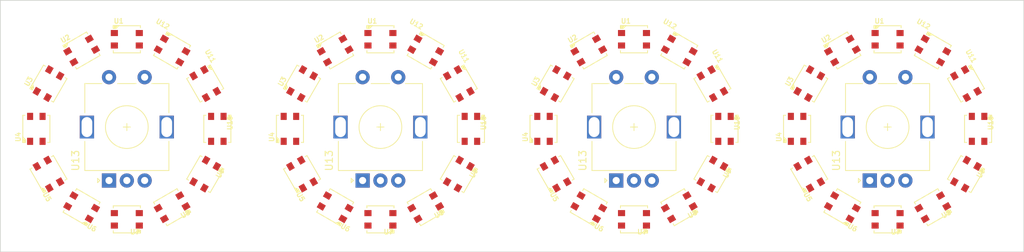
<source format=kicad_pcb>
(kicad_pcb (version 20221018) (generator pcbnew)
  (layers (0 "F.Cu" signal) (31 "B.Cu" signal) (34 "B.Paste" user) (35 "F.Paste" user) (36 "B.SilkS" user "B.Silkscreen") (37 "F.SilkS" user "F.Silkscreen") (38 "B.Mask" user) (39 "F.Mask" user) (44 "Edge.Cuts" user))
  (net 0 "")
  (net 1 "ring.led_1-din")
  (net 2 "ring.led_1-vss")
  (net 3 "ring.led_1-vdd")
  (net 4 "ring.led_1-dout")
  (footprint "Rotary_Encoder:RotaryEncoder_Alps_EC11E-Switch_Vertical_H20mm" (layer "F.Cu") (at 204.061016 114.438 90)
    (fp_text reference "U13" (at 2.8 -4.7 90) (layer "F.SilkS"))
    (fp_text value "")
    (pad "A" thru_hole rect (at 0 0 90) (size 2 2) (drill 1) (layers "*.Cu" "*.Mask"))
    (pad "B" thru_hole circle (at 0 5 90) (size 2 2) (drill 1) (layers "*.Cu" "*.Mask"))
    (pad "C" thru_hole circle (at 0 2.5 90) (size 2 2) (drill 1) (layers "*.Cu" "*.Mask"))
    (pad "MP" thru_hole rect (at 7.5 -3.1 90) (size 3.2 2) (drill oval 2.8 1.5) (layers "*.Cu" "*.Mask"))
    (pad "MP" thru_hole rect (at 7.5 8.1 90) (size 3.2 2) (drill oval 2.8 1.5) (layers "*.Cu" "*.Mask"))
    (pad "S1" thru_hole circle (at 14.5 5 90) (size 2 2) (drill 1) (layers "*.Cu" "*.Mask"))
    (pad "S2" thru_hole circle (at 14.5 0 90) (size 2 2) (drill 1) (layers "*.Cu" "*.Mask"))
  )
  (footprint "adafruit:LED3535" (layer "F.Cu") (at 159.972984 100.838 60)
    (fp_text reference "U3" (at -1.905 -2.159 60) (layer "F.SilkS") (effects (font (size 0.666496 0.666496) (thickness 0.146304)) (justify left bottom)))
    (fp_text value "")
    (pad "1" smd rect (at -1.75 -0.875 150) (size 0.85 1) (layers "F.Cu" "F.Paste" "F.Mask") (net 4 "ring.led_1-dout"))
    (pad "2" smd rect (at -1.75 0.875 150) (size 0.85 1) (layers "F.Cu" "F.Paste" "F.Mask") (net 2 "ring.led_1-vss"))
    (pad "3" smd rect (at 1.75 0.875 150) (size 0.85 1) (layers "F.Cu" "F.Paste" "F.Mask") (net 1 "ring.led_1-din"))
    (pad "4" smd rect (at 1.75 -0.875 150) (size 0.85 1) (layers "F.Cu" "F.Paste" "F.Mask") (net 3 "ring.led_1-vdd"))
  )
  (footprint "adafruit:LED3535" (layer "F.Cu") (at 99.792493 94.615)
    (fp_text reference "U1" (at -1.905 -2.159) (layer "F.SilkS") (effects (font (size 0.666496 0.666496) (thickness 0.146304)) (justify left bottom)))
    (fp_text value "")
    (pad "1" smd rect (at -1.75 -0.875 90) (size 0.85 1) (layers "F.Cu" "F.Paste" "F.Mask") (net 4 "ring.led_1-dout"))
    (pad "2" smd rect (at -1.75 0.875 90) (size 0.85 1) (layers "F.Cu" "F.Paste" "F.Mask") (net 2 "ring.led_1-vss"))
    (pad "3" smd rect (at 1.75 0.875 90) (size 0.85 1) (layers "F.Cu" "F.Paste" "F.Mask") (net 1 "ring.led_1-din"))
    (pad "4" smd rect (at 1.75 -0.875 90) (size 0.85 1) (layers "F.Cu" "F.Paste" "F.Mask") (net 3 "ring.led_1-vdd"))
  )
  (footprint "adafruit:LED3535" (layer "F.Cu") (at 206.561016 94.615)
    (fp_text reference "U1" (at -1.905 -2.159) (layer "F.SilkS") (effects (font (size 0.666496 0.666496) (thickness 0.146304)) (justify left bottom)))
    (fp_text value "")
    (pad "1" smd rect (at -1.75 -0.875 90) (size 0.85 1) (layers "F.Cu" "F.Paste" "F.Mask") (net 4 "ring.led_1-dout"))
    (pad "2" smd rect (at -1.75 0.875 90) (size 0.85 1) (layers "F.Cu" "F.Paste" "F.Mask") (net 2 "ring.led_1-vss"))
    (pad "3" smd rect (at 1.75 0.875 90) (size 0.85 1) (layers "F.Cu" "F.Paste" "F.Mask") (net 1 "ring.led_1-din"))
    (pad "4" smd rect (at 1.75 -0.875 90) (size 0.85 1) (layers "F.Cu" "F.Paste" "F.Mask") (net 3 "ring.led_1-vdd"))
  )
  (footprint "adafruit:LED3535" (layer "F.Cu") (at 170.971507 119.888 180)
    (fp_text reference "U7" (at -1.905 -2.159) (layer "F.SilkS") (effects (font (size 0.666496 0.666496) (thickness 0.146304)) (justify right bottom)))
    (fp_text value "")
    (pad "1" smd rect (at -1.75 -0.875 270) (size 0.85 1) (layers "F.Cu" "F.Paste" "F.Mask") (net 4 "ring.led_1-dout"))
    (pad "2" smd rect (at -1.75 0.875 270) (size 0.85 1) (layers "F.Cu" "F.Paste" "F.Mask") (net 2 "ring.led_1-vss"))
    (pad "3" smd rect (at 1.75 0.875 270) (size 0.85 1) (layers "F.Cu" "F.Paste" "F.Mask") (net 1 "ring.led_1-din"))
    (pad "4" smd rect (at 1.75 -0.875 270) (size 0.85 1) (layers "F.Cu" "F.Paste" "F.Mask") (net 3 "ring.led_1-vdd"))
  )
  (footprint "adafruit:LED3535" (layer "F.Cu") (at 193.861016 107.188 90)
    (fp_text reference "U4" (at -1.905 -2.159 90) (layer "F.SilkS") (effects (font (size 0.666496 0.666496) (thickness 0.146304)) (justify left bottom)))
    (fp_text value "")
    (pad "1" smd rect (at -1.75 -0.875 180) (size 0.85 1) (layers "F.Cu" "F.Paste" "F.Mask") (net 4 "ring.led_1-dout"))
    (pad "2" smd rect (at -1.75 0.875 180) (size 0.85 1) (layers "F.Cu" "F.Paste" "F.Mask") (net 2 "ring.led_1-vss"))
    (pad "3" smd rect (at 1.75 0.875 180) (size 0.85 1) (layers "F.Cu" "F.Paste" "F.Mask") (net 1 "ring.led_1-din"))
    (pad "4" smd rect (at 1.75 -0.875 180) (size 0.85 1) (layers "F.Cu" "F.Paste" "F.Mask") (net 3 "ring.led_1-vdd"))
  )
  (footprint "adafruit:LED3535" (layer "F.Cu") (at 106.142493 96.189477 -30)
    (fp_text reference "U12" (at -1.905 -2.159 150) (layer "F.SilkS") (effects (font (size 0.666496 0.666496) (thickness 0.146304)) (justify right bottom)))
    (fp_text value "")
    (pad "1" smd rect (at -1.75 -0.875 60) (size 0.85 1) (layers "F.Cu" "F.Paste" "F.Mask") (net 4 "ring.led_1-dout"))
    (pad "2" smd rect (at -1.75 0.875 60) (size 0.85 1) (layers "F.Cu" "F.Paste" "F.Mask") (net 2 "ring.led_1-vss"))
    (pad "3" smd rect (at 1.75 0.875 60) (size 0.85 1) (layers "F.Cu" "F.Paste" "F.Mask") (net 1 "ring.led_1-din"))
    (pad "4" smd rect (at 1.75 -0.875 60) (size 0.85 1) (layers "F.Cu" "F.Paste" "F.Mask") (net 3 "ring.led_1-vdd"))
  )
  (footprint "adafruit:LED3535" (layer "F.Cu") (at 99.792493 119.888 180)
    (fp_text reference "U7" (at -1.905 -2.159) (layer "F.SilkS") (effects (font (size 0.666496 0.666496) (thickness 0.146304)) (justify right bottom)))
    (fp_text value "")
    (pad "1" smd rect (at -1.75 -0.875 270) (size 0.85 1) (layers "F.Cu" "F.Paste" "F.Mask") (net 4 "ring.led_1-dout"))
    (pad "2" smd rect (at -1.75 0.875 270) (size 0.85 1) (layers "F.Cu" "F.Paste" "F.Mask") (net 2 "ring.led_1-vss"))
    (pad "3" smd rect (at 1.75 0.875 270) (size 0.85 1) (layers "F.Cu" "F.Paste" "F.Mask") (net 1 "ring.led_1-din"))
    (pad "4" smd rect (at 1.75 -0.875 270) (size 0.85 1) (layers "F.Cu" "F.Paste" "F.Mask") (net 3 "ring.led_1-vdd"))
  )
  (footprint "adafruit:LED3535" (layer "F.Cu") (at 164.621507 118.186523 150)
    (fp_text reference "U6" (at -1.905 -2.159 150) (layer "F.SilkS") (effects (font (size 0.666496 0.666496) (thickness 0.146304)) (justify left bottom)))
    (fp_text value "")
    (pad "1" smd rect (at -1.75 -0.875 240) (size 0.85 1) (layers "F.Cu" "F.Paste" "F.Mask") (net 4 "ring.led_1-dout"))
    (pad "2" smd rect (at -1.75 0.875 240) (size 0.85 1) (layers "F.Cu" "F.Paste" "F.Mask") (net 2 "ring.led_1-vss"))
    (pad "3" smd rect (at 1.75 0.875 240) (size 0.85 1) (layers "F.Cu" "F.Paste" "F.Mask") (net 1 "ring.led_1-din"))
    (pad "4" smd rect (at 1.75 -0.875 240) (size 0.85 1) (layers "F.Cu" "F.Paste" "F.Mask") (net 3 "ring.led_1-vdd"))
  )
  (footprint "adafruit:LED3535" (layer "F.Cu") (at 170.971507 94.615)
    (fp_text reference "U1" (at -1.905 -2.159) (layer "F.SilkS") (effects (font (size 0.666496 0.666496) (thickness 0.146304)) (justify left bottom)))
    (fp_text value "")
    (pad "1" smd rect (at -1.75 -0.875 90) (size 0.85 1) (layers "F.Cu" "F.Paste" "F.Mask") (net 4 "ring.led_1-dout"))
    (pad "2" smd rect (at -1.75 0.875 90) (size 0.85 1) (layers "F.Cu" "F.Paste" "F.Mask") (net 2 "ring.led_1-vss"))
    (pad "3" smd rect (at 1.75 0.875 90) (size 0.85 1) (layers "F.Cu" "F.Paste" "F.Mask") (net 1 "ring.led_1-din"))
    (pad "4" smd rect (at 1.75 -0.875 90) (size 0.85 1) (layers "F.Cu" "F.Paste" "F.Mask") (net 3 "ring.led_1-vdd"))
  )
  (footprint "adafruit:LED3535" (layer "F.Cu") (at 195.562493 100.838 60)
    (fp_text reference "U3" (at -1.905 -2.159 60) (layer "F.SilkS") (effects (font (size 0.666496 0.666496) (thickness 0.146304)) (justify left bottom)))
    (fp_text value "")
    (pad "1" smd rect (at -1.75 -0.875 150) (size 0.85 1) (layers "F.Cu" "F.Paste" "F.Mask") (net 4 "ring.led_1-dout"))
    (pad "2" smd rect (at -1.75 0.875 150) (size 0.85 1) (layers "F.Cu" "F.Paste" "F.Mask") (net 2 "ring.led_1-vss"))
    (pad "3" smd rect (at 1.75 0.875 150) (size 0.85 1) (layers "F.Cu" "F.Paste" "F.Mask") (net 1 "ring.led_1-din"))
    (pad "4" smd rect (at 1.75 -0.875 150) (size 0.85 1) (layers "F.Cu" "F.Paste" "F.Mask") (net 3 "ring.led_1-vdd"))
  )
  (footprint "adafruit:LED3535" (layer "F.Cu") (at 112.492493 107.188 -90)
    (fp_text reference "U10" (at -1.905 -2.159 90) (layer "F.SilkS") (effects (font (size 0.666496 0.666496) (thickness 0.146304)) (justify right bottom)))
    (fp_text value "")
    (pad "1" smd rect (at -1.75 -0.875) (size 0.85 1) (layers "F.Cu" "F.Paste" "F.Mask") (net 4 "ring.led_1-dout"))
    (pad "2" smd rect (at -1.75 0.875) (size 0.85 1) (layers "F.Cu" "F.Paste" "F.Mask") (net 2 "ring.led_1-vss"))
    (pad "3" smd rect (at 1.75 0.875) (size 0.85 1) (layers "F.Cu" "F.Paste" "F.Mask") (net 1 "ring.led_1-din"))
    (pad "4" smd rect (at 1.75 -0.875) (size 0.85 1) (layers "F.Cu" "F.Paste" "F.Mask") (net 3 "ring.led_1-vdd"))
  )
  (footprint "adafruit:LED3535" (layer "F.Cu") (at 93.442493 118.186523 150)
    (fp_text reference "U6" (at -1.905 -2.159 150) (layer "F.SilkS") (effects (font (size 0.666496 0.666496) (thickness 0.146304)) (justify left bottom)))
    (fp_text value "")
    (pad "1" smd rect (at -1.75 -0.875 240) (size 0.85 1) (layers "F.Cu" "F.Paste" "F.Mask") (net 4 "ring.led_1-dout"))
    (pad "2" smd rect (at -1.75 0.875 240) (size 0.85 1) (layers "F.Cu" "F.Paste" "F.Mask") (net 2 "ring.led_1-vss"))
    (pad "3" smd rect (at 1.75 0.875 240) (size 0.85 1) (layers "F.Cu" "F.Paste" "F.Mask") (net 1 "ring.led_1-din"))
    (pad "4" smd rect (at 1.75 -0.875 240) (size 0.85 1) (layers "F.Cu" "F.Paste" "F.Mask") (net 3 "ring.led_1-vdd"))
  )
  (footprint "adafruit:LED3535" (layer "F.Cu") (at 181.97003 113.538 -120)
    (fp_text reference "U9" (at -1.905 -2.159 60) (layer "F.SilkS") (effects (font (size 0.666496 0.666496) (thickness 0.146304)) (justify right bottom)))
    (fp_text value "")
    (pad "1" smd rect (at -1.75 -0.875 330) (size 0.85 1) (layers "F.Cu" "F.Paste" "F.Mask") (net 4 "ring.led_1-dout"))
    (pad "2" smd rect (at -1.75 0.875 330) (size 0.85 1) (layers "F.Cu" "F.Paste" "F.Mask") (net 2 "ring.led_1-vss"))
    (pad "3" smd rect (at 1.75 0.875 330) (size 0.85 1) (layers "F.Cu" "F.Paste" "F.Mask") (net 1 "ring.led_1-din"))
    (pad "4" smd rect (at 1.75 -0.875 330) (size 0.85 1) (layers "F.Cu" "F.Paste" "F.Mask") (net 3 "ring.led_1-vdd"))
  )
  (footprint "adafruit:LED3535" (layer "F.Cu") (at 135.382 119.888 180)
    (fp_text reference "U7" (at -1.905 -2.159) (layer "F.SilkS") (effects (font (size 0.666496 0.666496) (thickness 0.146304)) (justify right bottom)))
    (fp_text value "")
    (pad "1" smd rect (at -1.75 -0.875 270) (size 0.85 1) (layers "F.Cu" "F.Paste" "F.Mask") (net 4 "ring.led_1-dout"))
    (pad "2" smd rect (at -1.75 0.875 270) (size 0.85 1) (layers "F.Cu" "F.Paste" "F.Mask") (net 2 "ring.led_1-vss"))
    (pad "3" smd rect (at 1.75 0.875 270) (size 0.85 1) (layers "F.Cu" "F.Paste" "F.Mask") (net 1 "ring.led_1-din"))
    (pad "4" smd rect (at 1.75 -0.875 270) (size 0.85 1) (layers "F.Cu" "F.Paste" "F.Mask") (net 3 "ring.led_1-vdd"))
  )
  (footprint "adafruit:LED3535" (layer "F.Cu") (at 159.972984 113.538 120)
    (fp_text reference "U5" (at -1.905 -2.159 120) (layer "F.SilkS") (effects (font (size 0.666496 0.666496) (thickness 0.146304)) (justify left bottom)))
    (fp_text value "")
    (pad "1" smd rect (at -1.75 -0.875 210) (size 0.85 1) (layers "F.Cu" "F.Paste" "F.Mask") (net 4 "ring.led_1-dout"))
    (pad "2" smd rect (at -1.75 0.875 210) (size 0.85 1) (layers "F.Cu" "F.Paste" "F.Mask") (net 2 "ring.led_1-vss"))
    (pad "3" smd rect (at 1.75 0.875 210) (size 0.85 1) (layers "F.Cu" "F.Paste" "F.Mask") (net 1 "ring.led_1-din"))
    (pad "4" smd rect (at 1.75 -0.875 210) (size 0.85 1) (layers "F.Cu" "F.Paste" "F.Mask") (net 3 "ring.led_1-vdd"))
  )
  (footprint "adafruit:LED3535" (layer "F.Cu") (at 200.211016 118.186523 150)
    (fp_text reference "U6" (at -1.905 -2.159 150) (layer "F.SilkS") (effects (font (size 0.666496 0.666496) (thickness 0.146304)) (justify left bottom)))
    (fp_text value "")
    (pad "1" smd rect (at -1.75 -0.875 240) (size 0.85 1) (layers "F.Cu" "F.Paste" "F.Mask") (net 4 "ring.led_1-dout"))
    (pad "2" smd rect (at -1.75 0.875 240) (size 0.85 1) (layers "F.Cu" "F.Paste" "F.Mask") (net 2 "ring.led_1-vss"))
    (pad "3" smd rect (at 1.75 0.875 240) (size 0.85 1) (layers "F.Cu" "F.Paste" "F.Mask") (net 1 "ring.led_1-din"))
    (pad "4" smd rect (at 1.75 -0.875 240) (size 0.85 1) (layers "F.Cu" "F.Paste" "F.Mask") (net 3 "ring.led_1-vdd"))
  )
  (footprint "Rotary_Encoder:RotaryEncoder_Alps_EC11E-Switch_Vertical_H20mm" (layer "F.Cu") (at 132.882 114.438 90)
    (fp_text reference "U13" (at 2.8 -4.7 90) (layer "F.SilkS"))
    (fp_text value "")
    (pad "A" thru_hole rect (at 0 0 90) (size 2 2) (drill 1) (layers "*.Cu" "*.Mask"))
    (pad "B" thru_hole circle (at 0 5 90) (size 2 2) (drill 1) (layers "*.Cu" "*.Mask"))
    (pad "C" thru_hole circle (at 0 2.5 90) (size 2 2) (drill 1) (layers "*.Cu" "*.Mask"))
    (pad "MP" thru_hole rect (at 7.5 -3.1 90) (size 3.2 2) (drill oval 2.8 1.5) (layers "*.Cu" "*.Mask"))
    (pad "MP" thru_hole rect (at 7.5 8.1 90) (size 3.2 2) (drill oval 2.8 1.5) (layers "*.Cu" "*.Mask"))
    (pad "S1" thru_hole circle (at 14.5 5 90) (size 2 2) (drill 1) (layers "*.Cu" "*.Mask"))
    (pad "S2" thru_hole circle (at 14.5 0 90) (size 2 2) (drill 1) (layers "*.Cu" "*.Mask"))
  )
  (footprint "adafruit:LED3535" (layer "F.Cu") (at 93.442493 96.189477 30)
    (fp_text reference "U2" (at -1.905 -2.159 30) (layer "F.SilkS") (effects (font (size 0.666496 0.666496) (thickness 0.146304)) (justify left bottom)))
    (fp_text value "")
    (pad "1" smd rect (at -1.75 -0.875 120) (size 0.85 1) (layers "F.Cu" "F.Paste" "F.Mask") (net 4 "ring.led_1-dout"))
    (pad "2" smd rect (at -1.75 0.875 120) (size 0.85 1) (layers "F.Cu" "F.Paste" "F.Mask") (net 2 "ring.led_1-vss"))
    (pad "3" smd rect (at 1.75 0.875 120) (size 0.85 1) (layers "F.Cu" "F.Paste" "F.Mask") (net 1 "ring.led_1-din"))
    (pad "4" smd rect (at 1.75 -0.875 120) (size 0.85 1) (layers "F.Cu" "F.Paste" "F.Mask") (net 3 "ring.led_1-vdd"))
  )
  (footprint "adafruit:LED3535" (layer "F.Cu") (at 217.559539 100.838 -60)
    (fp_text reference "U11" (at -1.905 -2.159 120) (layer "F.SilkS") (effects (font (size 0.666496 0.666496) (thickness 0.146304)) (justify right bottom)))
    (fp_text value "")
    (pad "1" smd rect (at -1.75 -0.875 30) (size 0.85 1) (layers "F.Cu" "F.Paste" "F.Mask") (net 4 "ring.led_1-dout"))
    (pad "2" smd rect (at -1.75 0.875 30) (size 0.85 1) (layers "F.Cu" "F.Paste" "F.Mask") (net 2 "ring.led_1-vss"))
    (pad "3" smd rect (at 1.75 0.875 30) (size 0.85 1) (layers "F.Cu" "F.Paste" "F.Mask") (net 1 "ring.led_1-din"))
    (pad "4" smd rect (at 1.75 -0.875 30) (size 0.85 1) (layers "F.Cu" "F.Paste" "F.Mask") (net 3 "ring.led_1-vdd"))
  )
  (footprint "adafruit:LED3535" (layer "F.Cu") (at 88.79397 113.538 120)
    (fp_text reference "U5" (at -1.905 -2.159 120) (layer "F.SilkS") (effects (font (size 0.666496 0.666496) (thickness 0.146304)) (justify left bottom)))
    (fp_text value "")
    (pad "1" smd rect (at -1.75 -0.875 210) (size 0.85 1) (layers "F.Cu" "F.Paste" "F.Mask") (net 4 "ring.led_1-dout"))
    (pad "2" smd rect (at -1.75 0.875 210) (size 0.85 1) (layers "F.Cu" "F.Paste" "F.Mask") (net 2 "ring.led_1-vss"))
    (pad "3" smd rect (at 1.75 0.875 210) (size 0.85 1) (layers "F.Cu" "F.Paste" "F.Mask") (net 1 "ring.led_1-din"))
    (pad "4" smd rect (at 1.75 -0.875 210) (size 0.85 1) (layers "F.Cu" "F.Paste" "F.Mask") (net 3 "ring.led_1-vdd"))
  )
  (footprint "adafruit:LED3535" (layer "F.Cu") (at 135.382 94.615)
    (fp_text reference "U1" (at -1.905 -2.159) (layer "F.SilkS") (effects (font (size 0.666496 0.666496) (thickness 0.146304)) (justify left bottom)))
    (fp_text value "")
    (pad "1" smd rect (at -1.75 -0.875 90) (size 0.85 1) (layers "F.Cu" "F.Paste" "F.Mask") (net 4 "ring.led_1-dout"))
    (pad "2" smd rect (at -1.75 0.875 90) (size 0.85 1) (layers "F.Cu" "F.Paste" "F.Mask") (net 2 "ring.led_1-vss"))
    (pad "3" smd rect (at 1.75 0.875 90) (size 0.85 1) (layers "F.Cu" "F.Paste" "F.Mask") (net 1 "ring.led_1-din"))
    (pad "4" smd rect (at 1.75 -0.875 90) (size 0.85 1) (layers "F.Cu" "F.Paste" "F.Mask") (net 3 "ring.led_1-vdd"))
  )
  (footprint "adafruit:LED3535" (layer "F.Cu") (at 146.380523 100.838 -60)
    (fp_text reference "U11" (at -1.905 -2.159 120) (layer "F.SilkS") (effects (font (size 0.666496 0.666496) (thickness 0.146304)) (justify right bottom)))
    (fp_text value "")
    (pad "1" smd rect (at -1.75 -0.875 30) (size 0.85 1) (layers "F.Cu" "F.Paste" "F.Mask") (net 4 "ring.led_1-dout"))
    (pad "2" smd rect (at -1.75 0.875 30) (size 0.85 1) (layers "F.Cu" "F.Paste" "F.Mask") (net 2 "ring.led_1-vss"))
    (pad "3" smd rect (at 1.75 0.875 30) (size 0.85 1) (layers "F.Cu" "F.Paste" "F.Mask") (net 1 "ring.led_1-din"))
    (pad "4" smd rect (at 1.75 -0.875 30) (size 0.85 1) (layers "F.Cu" "F.Paste" "F.Mask") (net 3 "ring.led_1-vdd"))
  )
  (footprint "Rotary_Encoder:RotaryEncoder_Alps_EC11E-Switch_Vertical_H20mm" (layer "F.Cu") (at 168.471507 114.438 90)
    (fp_text reference "U13" (at 2.8 -4.7 90) (layer "F.SilkS"))
    (fp_text value "")
    (pad "A" thru_hole rect (at 0 0 90) (size 2 2) (drill 1) (layers "*.Cu" "*.Mask"))
    (pad "B" thru_hole circle (at 0 5 90) (size 2 2) (drill 1) (layers "*.Cu" "*.Mask"))
    (pad "C" thru_hole circle (at 0 2.5 90) (size 2 2) (drill 1) (layers "*.Cu" "*.Mask"))
    (pad "MP" thru_hole rect (at 7.5 -3.1 90) (size 3.2 2) (drill oval 2.8 1.5) (layers "*.Cu" "*.Mask"))
    (pad "MP" thru_hole rect (at 7.5 8.1 90) (size 3.2 2) (drill oval 2.8 1.5) (layers "*.Cu" "*.Mask"))
    (pad "S1" thru_hole circle (at 14.5 5 90) (size 2 2) (drill 1) (layers "*.Cu" "*.Mask"))
    (pad "S2" thru_hole circle (at 14.5 0 90) (size 2 2) (drill 1) (layers "*.Cu" "*.Mask"))
  )
  (footprint "adafruit:LED3535" (layer "F.Cu") (at 141.732 118.186523 -150)
    (fp_text reference "U8" (at -1.905 -2.159 30) (layer "F.SilkS") (effects (font (size 0.666496 0.666496) (thickness 0.146304)) (justify right bottom)))
    (fp_text value "")
    (pad "1" smd rect (at -1.75 -0.875 300) (size 0.85 1) (layers "F.Cu" "F.Paste" "F.Mask") (net 4 "ring.led_1-dout"))
    (pad "2" smd rect (at -1.75 0.875 300) (size 0.85 1) (layers "F.Cu" "F.Paste" "F.Mask") (net 2 "ring.led_1-vss"))
    (pad "3" smd rect (at 1.75 0.875 300) (size 0.85 1) (layers "F.Cu" "F.Paste" "F.Mask") (net 1 "ring.led_1-din"))
    (pad "4" smd rect (at 1.75 -0.875 300) (size 0.85 1) (layers "F.Cu" "F.Paste" "F.Mask") (net 3 "ring.led_1-vdd"))
  )
  (footprint "adafruit:LED3535" (layer "F.Cu") (at 148.082 107.188 -90)
    (fp_text reference "U10" (at -1.905 -2.159 90) (layer "F.SilkS") (effects (font (size 0.666496 0.666496) (thickness 0.146304)) (justify right bottom)))
    (fp_text value "")
    (pad "1" smd rect (at -1.75 -0.875) (size 0.85 1) (layers "F.Cu" "F.Paste" "F.Mask") (net 4 "ring.led_1-dout"))
    (pad "2" smd rect (at -1.75 0.875) (size 0.85 1) (layers "F.Cu" "F.Paste" "F.Mask") (net 2 "ring.led_1-vss"))
    (pad "3" smd rect (at 1.75 0.875) (size 0.85 1) (layers "F.Cu" "F.Paste" "F.Mask") (net 1 "ring.led_1-din"))
    (pad "4" smd rect (at 1.75 -0.875) (size 0.85 1) (layers "F.Cu" "F.Paste" "F.Mask") (net 3 "ring.led_1-vdd"))
  )
  (footprint "adafruit:LED3535" (layer "F.Cu") (at 158.271507 107.188 90)
    (fp_text reference "U4" (at -1.905 -2.159 90) (layer "F.SilkS") (effects (font (size 0.666496 0.666496) (thickness 0.146304)) (justify left bottom)))
    (fp_text value "")
    (pad "1" smd rect (at -1.75 -0.875 180) (size 0.85 1) (layers "F.Cu" "F.Paste" "F.Mask") (net 4 "ring.led_1-dout"))
    (pad "2" smd rect (at -1.75 0.875 180) (size 0.85 1) (layers "F.Cu" "F.Paste" "F.Mask") (net 2 "ring.led_1-vss"))
    (pad "3" smd rect (at 1.75 0.875 180) (size 0.85 1) (layers "F.Cu" "F.Paste" "F.Mask") (net 1 "ring.led_1-din"))
    (pad "4" smd rect (at 1.75 -0.875 180) (size 0.85 1) (layers "F.Cu" "F.Paste" "F.Mask") (net 3 "ring.led_1-vdd"))
  )
  (footprint "adafruit:LED3535" (layer "F.Cu") (at 110.791016 113.538 -120)
    (fp_text reference "U9" (at -1.905 -2.159 60) (layer "F.SilkS") (effects (font (size 0.666496 0.666496) (thickness 0.146304)) (justify right bottom)))
    (fp_text value "")
    (pad "1" smd rect (at -1.75 -0.875 330) (size 0.85 1) (layers "F.Cu" "F.Paste" "F.Mask") (net 4 "ring.led_1-dout"))
    (pad "2" smd rect (at -1.75 0.875 330) (size 0.85 1) (layers "F.Cu" "F.Paste" "F.Mask") (net 2 "ring.led_1-vss"))
    (pad "3" smd rect (at 1.75 0.875 330) (size 0.85 1) (layers "F.Cu" "F.Paste" "F.Mask") (net 1 "ring.led_1-din"))
    (pad "4" smd rect (at 1.75 -0.875 330) (size 0.85 1) (layers "F.Cu" "F.Paste" "F.Mask") (net 3 "ring.led_1-vdd"))
  )
  (footprint "adafruit:LED3535" (layer "F.Cu") (at 88.79397 100.838 60)
    (fp_text reference "U3" (at -1.905 -2.159 60) (layer "F.SilkS") (effects (font (size 0.666496 0.666496) (thickness 0.146304)) (justify left bottom)))
    (fp_text value "")
    (pad "1" smd rect (at -1.75 -0.875 150) (size 0.85 1) (layers "F.Cu" "F.Paste" "F.Mask") (net 4 "ring.led_1-dout"))
    (pad "2" smd rect (at -1.75 0.875 150) (size 0.85 1) (layers "F.Cu" "F.Paste" "F.Mask") (net 2 "ring.led_1-vss"))
    (pad "3" smd rect (at 1.75 0.875 150) (size 0.85 1) (layers "F.Cu" "F.Paste" "F.Mask") (net 1 "ring.led_1-din"))
    (pad "4" smd rect (at 1.75 -0.875 150) (size 0.85 1) (layers "F.Cu" "F.Paste" "F.Mask") (net 3 "ring.led_1-vdd"))
  )
  (footprint "adafruit:LED3535" (layer "F.Cu") (at 124.383477 100.838 60)
    (fp_text reference "U3" (at -1.905 -2.159 60) (layer "F.SilkS") (effects (font (size 0.666496 0.666496) (thickness 0.146304)) (justify left bottom)))
    (fp_text value "")
    (pad "1" smd rect (at -1.75 -0.875 150) (size 0.85 1) (layers "F.Cu" "F.Paste" "F.Mask") (net 4 "ring.led_1-dout"))
    (pad "2" smd rect (at -1.75 0.875 150) (size 0.85 1) (layers "F.Cu" "F.Paste" "F.Mask") (net 2 "ring.led_1-vss"))
    (pad "3" smd rect (at 1.75 0.875 150) (size 0.85 1) (layers "F.Cu" "F.Paste" "F.Mask") (net 1 "ring.led_1-din"))
    (pad "4" smd rect (at 1.75 -0.875 150) (size 0.85 1) (layers "F.Cu" "F.Paste" "F.Mask") (net 3 "ring.led_1-vdd"))
  )
  (footprint "adafruit:LED3535" (layer "F.Cu") (at 146.380523 113.538 -120)
    (fp_text reference "U9" (at -1.905 -2.159 60) (layer "F.SilkS") (effects (font (size 0.666496 0.666496) (thickness 0.146304)) (justify right bottom)))
    (fp_text value "")
    (pad "1" smd rect (at -1.75 -0.875 330) (size 0.85 1) (layers "F.Cu" "F.Paste" "F.Mask") (net 4 "ring.led_1-dout"))
    (pad "2" smd rect (at -1.75 0.875 330) (size 0.85 1) (layers "F.Cu" "F.Paste" "F.Mask") (net 2 "ring.led_1-vss"))
    (pad "3" smd rect (at 1.75 0.875 330) (size 0.85 1) (layers "F.Cu" "F.Paste" "F.Mask") (net 1 "ring.led_1-din"))
    (pad "4" smd rect (at 1.75 -0.875 330) (size 0.85 1) (layers "F.Cu" "F.Paste" "F.Mask") (net 3 "ring.led_1-vdd"))
  )
  (footprint "adafruit:LED3535" (layer "F.Cu") (at 129.032 96.189477 30)
    (fp_text reference "U2" (at -1.905 -2.159 30) (layer "F.SilkS") (effects (font (size 0.666496 0.666496) (thickness 0.146304)) (justify left bottom)))
    (fp_text value "")
    (pad "1" smd rect (at -1.75 -0.875 120) (size 0.85 1) (layers "F.Cu" "F.Paste" "F.Mask") (net 4 "ring.led_1-dout"))
    (pad "2" smd rect (at -1.75 0.875 120) (size 0.85 1) (layers "F.Cu" "F.Paste" "F.Mask") (net 2 "ring.led_1-vss"))
    (pad "3" smd rect (at 1.75 0.875 120) (size 0.85 1) (layers "F.Cu" "F.Paste" "F.Mask") (net 1 "ring.led_1-din"))
    (pad "4" smd rect (at 1.75 -0.875 120) (size 0.85 1) (layers "F.Cu" "F.Paste" "F.Mask") (net 3 "ring.led_1-vdd"))
  )
  (footprint "adafruit:LED3535" (layer "F.Cu") (at 212.911016 96.189477 -30)
    (fp_text reference "U12" (at -1.905 -2.159 150) (layer "F.SilkS") (effects (font (size 0.666496 0.666496) (thickness 0.146304)) (justify right bottom)))
    (fp_text value "")
    (pad "1" smd rect (at -1.75 -0.875 60) (size 0.85 1) (layers "F.Cu" "F.Paste" "F.Mask") (net 4 "ring.led_1-dout"))
    (pad "2" smd rect (at -1.75 0.875 60) (size 0.85 1) (layers "F.Cu" "F.Paste" "F.Mask") (net 2 "ring.led_1-vss"))
    (pad "3" smd rect (at 1.75 0.875 60) (size 0.85 1) (layers "F.Cu" "F.Paste" "F.Mask") (net 1 "ring.led_1-din"))
    (pad "4" smd rect (at 1.75 -0.875 60) (size 0.85 1) (layers "F.Cu" "F.Paste" "F.Mask") (net 3 "ring.led_1-vdd"))
  )
  (footprint "adafruit:LED3535" (layer "F.Cu") (at 87.092493 107.188 90)
    (fp_text reference "U4" (at -1.905 -2.159 90) (layer "F.SilkS") (effects (font (size 0.666496 0.666496) (thickness 0.146304)) (justify left bottom)))
    (fp_text value "")
    (pad "1" smd rect (at -1.75 -0.875 180) (size 0.85 1) (layers "F.Cu" "F.Paste" "F.Mask") (net 4 "ring.led_1-dout"))
    (pad "2" smd rect (at -1.75 0.875 180) (size 0.85 1) (layers "F.Cu" "F.Paste" "F.Mask") (net 2 "ring.led_1-vss"))
    (pad "3" smd rect (at 1.75 0.875 180) (size 0.85 1) (layers "F.Cu" "F.Paste" "F.Mask") (net 1 "ring.led_1-din"))
    (pad "4" smd rect (at 1.75 -0.875 180) (size 0.85 1) (layers "F.Cu" "F.Paste" "F.Mask") (net 3 "ring.led_1-vdd"))
  )
  (footprint "adafruit:LED3535" (layer "F.Cu") (at 217.559539 113.538 -120)
    (fp_text reference "U9" (at -1.905 -2.159 60) (layer "F.SilkS") (effects (font (size 0.666496 0.666496) (thickness 0.146304)) (justify right bottom)))
    (fp_text value "")
    (pad "1" smd rect (at -1.75 -0.875 330) (size 0.85 1) (layers "F.Cu" "F.Paste" "F.Mask") (net 4 "ring.led_1-dout"))
    (pad "2" smd rect (at -1.75 0.875 330) (size 0.85 1) (layers "F.Cu" "F.Paste" "F.Mask") (net 2 "ring.led_1-vss"))
    (pad "3" smd rect (at 1.75 0.875 330) (size 0.85 1) (layers "F.Cu" "F.Paste" "F.Mask") (net 1 "ring.led_1-din"))
    (pad "4" smd rect (at 1.75 -0.875 330) (size 0.85 1) (layers "F.Cu" "F.Paste" "F.Mask") (net 3 "ring.led_1-vdd"))
  )
  (footprint "adafruit:LED3535" (layer "F.Cu") (at 110.791016 100.838 -60)
    (fp_text reference "U11" (at -1.905 -2.159 120) (layer "F.SilkS") (effects (font (size 0.666496 0.666496) (thickness 0.146304)) (justify right bottom)))
    (fp_text value "")
    (pad "1" smd rect (at -1.75 -0.875 30) (size 0.85 1) (layers "F.Cu" "F.Paste" "F.Mask") (net 4 "ring.led_1-dout"))
    (pad "2" smd rect (at -1.75 0.875 30) (size 0.85 1) (layers "F.Cu" "F.Paste" "F.Mask") (net 2 "ring.led_1-vss"))
    (pad "3" smd rect (at 1.75 0.875 30) (size 0.85 1) (layers "F.Cu" "F.Paste" "F.Mask") (net 1 "ring.led_1-din"))
    (pad "4" smd rect (at 1.75 -0.875 30) (size 0.85 1) (layers "F.Cu" "F.Paste" "F.Mask") (net 3 "ring.led_1-vdd"))
  )
  (footprint "adafruit:LED3535" (layer "F.Cu") (at 129.032 118.186523 150)
    (fp_text reference "U6" (at -1.905 -2.159 150) (layer "F.SilkS") (effects (font (size 0.666496 0.666496) (thickness 0.146304)) (justify left bottom)))
    (fp_text value "")
    (pad "1" smd rect (at -1.75 -0.875 240) (size 0.85 1) (layers "F.Cu" "F.Paste" "F.Mask") (net 4 "ring.led_1-dout"))
    (pad "2" smd rect (at -1.75 0.875 240) (size 0.85 1) (layers "F.Cu" "F.Paste" "F.Mask") (net 2 "ring.led_1-vss"))
    (pad "3" smd rect (at 1.75 0.875 240) (size 0.85 1) (layers "F.Cu" "F.Paste" "F.Mask") (net 1 "ring.led_1-din"))
    (pad "4" smd rect (at 1.75 -0.875 240) (size 0.85 1) (layers "F.Cu" "F.Paste" "F.Mask") (net 3 "ring.led_1-vdd"))
  )
  (footprint "adafruit:LED3535" (layer "F.Cu") (at 122.682 107.188 90)
    (fp_text reference "U4" (at -1.905 -2.159 90) (layer "F.SilkS") (effects (font (size 0.666496 0.666496) (thickness 0.146304)) (justify left bottom)))
    (fp_text value "")
    (pad "1" smd rect (at -1.75 -0.875 180) (size 0.85 1) (layers "F.Cu" "F.Paste" "F.Mask") (net 4 "ring.led_1-dout"))
    (pad "2" smd rect (at -1.75 0.875 180) (size 0.85 1) (layers "F.Cu" "F.Paste" "F.Mask") (net 2 "ring.led_1-vss"))
    (pad "3" smd rect (at 1.75 0.875 180) (size 0.85 1) (layers "F.Cu" "F.Paste" "F.Mask") (net 1 "ring.led_1-din"))
    (pad "4" smd rect (at 1.75 -0.875 180) (size 0.85 1) (layers "F.Cu" "F.Paste" "F.Mask") (net 3 "ring.led_1-vdd"))
  )
  (footprint "adafruit:LED3535" (layer "F.Cu") (at 183.671507 107.188 -90)
    (fp_text reference "U10" (at -1.905 -2.159 90) (layer "F.SilkS") (effects (font (size 0.666496 0.666496) (thickness 0.146304)) (justify right bottom)))
    (fp_text value "")
    (pad "1" smd rect (at -1.75 -0.875) (size 0.85 1) (layers "F.Cu" "F.Paste" "F.Mask") (net 4 "ring.led_1-dout"))
    (pad "2" smd rect (at -1.75 0.875) (size 0.85 1) (layers "F.Cu" "F.Paste" "F.Mask") (net 2 "ring.led_1-vss"))
    (pad "3" smd rect (at 1.75 0.875) (size 0.85 1) (layers "F.Cu" "F.Paste" "F.Mask") (net 1 "ring.led_1-din"))
    (pad "4" smd rect (at 1.75 -0.875) (size 0.85 1) (layers "F.Cu" "F.Paste" "F.Mask") (net 3 "ring.led_1-vdd"))
  )
  (footprint "adafruit:LED3535" (layer "F.Cu") (at 195.562493 113.538 120)
    (fp_text reference "U5" (at -1.905 -2.159 120) (layer "F.SilkS") (effects (font (size 0.666496 0.666496) (thickness 0.146304)) (justify left bottom)))
    (fp_text value "")
    (pad "1" smd rect (at -1.75 -0.875 210) (size 0.85 1) (layers "F.Cu" "F.Paste" "F.Mask") (net 4 "ring.led_1-dout"))
    (pad "2" smd rect (at -1.75 0.875 210) (size 0.85 1) (layers "F.Cu" "F.Paste" "F.Mask") (net 2 "ring.led_1-vss"))
    (pad "3" smd rect (at 1.75 0.875 210) (size 0.85 1) (layers "F.Cu" "F.Paste" "F.Mask") (net 1 "ring.led_1-din"))
    (pad "4" smd rect (at 1.75 -0.875 210) (size 0.85 1) (layers "F.Cu" "F.Paste" "F.Mask") (net 3 "ring.led_1-vdd"))
  )
  (footprint "adafruit:LED3535" (layer "F.Cu") (at 181.97003 100.838 -60)
    (fp_text reference "U11" (at -1.905 -2.159 120) (layer "F.SilkS") (effects (font (size 0.666496 0.666496) (thickness 0.146304)) (justify right bottom)))
    (fp_text value "")
    (pad "1" smd rect (at -1.75 -0.875 30) (size 0.85 1) (layers "F.Cu" "F.Paste" "F.Mask") (net 4 "ring.led_1-dout"))
    (pad "2" smd rect (at -1.75 0.875 30) (size 0.85 1) (layers "F.Cu" "F.Paste" "F.Mask") (net 2 "ring.led_1-vss"))
    (pad "3" smd rect (at 1.75 0.875 30) (size 0.85 1) (layers "F.Cu" "F.Paste" "F.Mask") (net 1 "ring.led_1-din"))
    (pad "4" smd rect (at 1.75 -0.875 30) (size 0.85 1) (layers "F.Cu" "F.Paste" "F.Mask") (net 3 "ring.led_1-vdd"))
  )
  (footprint "adafruit:LED3535" (layer "F.Cu") (at 212.911016 118.186523 -150)
    (fp_text reference "U8" (at -1.905 -2.159 30) (layer "F.SilkS") (effects (font (size 0.666496 0.666496) (thickness 0.146304)) (justify right bottom)))
    (fp_text value "")
    (pad "1" smd rect (at -1.75 -0.875 300) (size 0.85 1) (layers "F.Cu" "F.Paste" "F.Mask") (net 4 "ring.led_1-dout"))
    (pad "2" smd rect (at -1.75 0.875 300) (size 0.85 1) (layers "F.Cu" "F.Paste" "F.Mask") (net 2 "ring.led_1-vss"))
    (pad "3" smd rect (at 1.75 0.875 300) (size 0.85 1) (layers "F.Cu" "F.Paste" "F.Mask") (net 1 "ring.led_1-din"))
    (pad "4" smd rect (at 1.75 -0.875 300) (size 0.85 1) (layers "F.Cu" "F.Paste" "F.Mask") (net 3 "ring.led_1-vdd"))
  )
  (footprint "adafruit:LED3535" (layer "F.Cu") (at 124.383477 113.538 120)
    (fp_text reference "U5" (at -1.905 -2.159 120) (layer "F.SilkS") (effects (font (size 0.666496 0.666496) (thickness 0.146304)) (justify left bottom)))
    (fp_text value "")
    (pad "1" smd rect (at -1.75 -0.875 210) (size 0.85 1) (layers "F.Cu" "F.Paste" "F.Mask") (net 4 "ring.led_1-dout"))
    (pad "2" smd rect (at -1.75 0.875 210) (size 0.85 1) (layers "F.Cu" "F.Paste" "F.Mask") (net 2 "ring.led_1-vss"))
    (pad "3" smd rect (at 1.75 0.875 210) (size 0.85 1) (layers "F.Cu" "F.Paste" "F.Mask") (net 1 "ring.led_1-din"))
    (pad "4" smd rect (at 1.75 -0.875 210) (size 0.85 1) (layers "F.Cu" "F.Paste" "F.Mask") (net 3 "ring.led_1-vdd"))
  )
  (footprint "adafruit:LED3535" (layer "F.Cu") (at 106.142493 118.186523 -150)
    (fp_text reference "U8" (at -1.905 -2.159 30) (layer "F.SilkS") (effects (font (size 0.666496 0.666496) (thickness 0.146304)) (justify right bottom)))
    (fp_text value "")
    (pad "1" smd rect (at -1.75 -0.875 300) (size 0.85 1) (layers "F.Cu" "F.Paste" "F.Mask") (net 4 "ring.led_1-dout"))
    (pad "2" smd rect (at -1.75 0.875 300) (size 0.85 1) (layers "F.Cu" "F.Paste" "F.Mask") (net 2 "ring.led_1-vss"))
    (pad "3" smd rect (at 1.75 0.875 300) (size 0.85 1) (layers "F.Cu" "F.Paste" "F.Mask") (net 1 "ring.led_1-din"))
    (pad "4" smd rect (at 1.75 -0.875 300) (size 0.85 1) (layers "F.Cu" "F.Paste" "F.Mask") (net 3 "ring.led_1-vdd"))
  )
  (footprint "adafruit:LED3535" (layer "F.Cu") (at 177.321507 96.189477 -30)
    (fp_text reference "U12" (at -1.905 -2.159 150) (layer "F.SilkS") (effects (font (size 0.666496 0.666496) (thickness 0.146304)) (justify right bottom)))
    (fp_text value "")
    (pad "1" smd rect (at -1.75 -0.875 60) (size 0.85 1) (layers "F.Cu" "F.Paste" "F.Mask") (net 4 "ring.led_1-dout"))
    (pad "2" smd rect (at -1.75 0.875 60) (size 0.85 1) (layers "F.Cu" "F.Paste" "F.Mask") (net 2 "ring.led_1-vss"))
    (pad "3" smd rect (at 1.75 0.875 60) (size 0.85 1) (layers "F.Cu" "F.Paste" "F.Mask") (net 1 "ring.led_1-din"))
    (pad "4" smd rect (at 1.75 -0.875 60) (size 0.85 1) (layers "F.Cu" "F.Paste" "F.Mask") (net 3 "ring.led_1-vdd"))
  )
  (footprint "adafruit:LED3535" (layer "F.Cu") (at 200.211016 96.189477 30)
    (fp_text reference "U2" (at -1.905 -2.159 30) (layer "F.SilkS") (effects (font (size 0.666496 0.666496) (thickness 0.146304)) (justify left bottom)))
    (fp_text value "")
    (pad "1" smd rect (at -1.75 -0.875 120) (size 0.85 1) (layers "F.Cu" "F.Paste" "F.Mask") (net 4 "ring.led_1-dout"))
    (pad "2" smd rect (at -1.75 0.875 120) (size 0.85 1) (layers "F.Cu" "F.Paste" "F.Mask") (net 2 "ring.led_1-vss"))
    (pad "3" smd rect (at 1.75 0.875 120) (size 0.85 1) (layers "F.Cu" "F.Paste" "F.Mask") (net 1 "ring.led_1-din"))
    (pad "4" smd rect (at 1.75 -0.875 120) (size 0.85 1) (layers "F.Cu" "F.Paste" "F.Mask") (net 3 "ring.led_1-vdd"))
  )
  (footprint "adafruit:LED3535" (layer "F.Cu") (at 177.321507 118.186523 -150)
    (fp_text reference "U8" (at -1.905 -2.159 30) (layer "F.SilkS") (effects (font (size 0.666496 0.666496) (thickness 0.146304)) (justify right bottom)))
    (fp_text value "")
    (pad "1" smd rect (at -1.75 -0.875 300) (size 0.85 1) (layers "F.Cu" "F.Paste" "F.Mask") (net 4 "ring.led_1-dout"))
    (pad "2" smd rect (at -1.75 0.875 300) (size 0.85 1) (layers "F.Cu" "F.Paste" "F.Mask") (net 2 "ring.led_1-vss"))
    (pad "3" smd rect (at 1.75 0.875 300) (size 0.85 1) (layers "F.Cu" "F.Paste" "F.Mask") (net 1 "ring.led_1-din"))
    (pad "4" smd rect (at 1.75 -0.875 300) (size 0.85 1) (layers "F.Cu" "F.Paste" "F.Mask") (net 3 "ring.led_1-vdd"))
  )
  (footprint "adafruit:LED3535" (layer "F.Cu") (at 206.561016 119.888 180)
    (fp_text reference "U7" (at -1.905 -2.159) (layer "F.SilkS") (effects (font (size 0.666496 0.666496) (thickness 0.146304)) (justify right bottom)))
    (fp_text value "")
    (pad "1" smd rect (at -1.75 -0.875 270) (size 0.85 1) (layers "F.Cu" "F.Paste" "F.Mask") (net 4 "ring.led_1-dout"))
    (pad "2" smd rect (at -1.75 0.875 270) (size 0.85 1) (layers "F.Cu" "F.Paste" "F.Mask") (net 2 "ring.led_1-vss"))
    (pad "3" smd rect (at 1.75 0.875 270) (size 0.85 1) (layers "F.Cu" "F.Paste" "F.Mask") (net 1 "ring.led_1-din"))
    (pad "4" smd rect (at 1.75 -0.875 270) (size 0.85 1) (layers "F.Cu" "F.Paste" "F.Mask") (net 3 "ring.led_1-vdd"))
  )
  (footprint "Rotary_Encoder:RotaryEncoder_Alps_EC11E-Switch_Vertical_H20mm" (layer "F.Cu") (at 97.292493 114.438 90)
    (fp_text reference "U13" (at 2.8 -4.7 90) (layer "F.SilkS"))
    (fp_text value "")
    (pad "A" thru_hole rect (at 0 0 90) (size 2 2) (drill 1) (layers "*.Cu" "*.Mask"))
    (pad "B" thru_hole circle (at 0 5 90) (size 2 2) (drill 1) (layers "*.Cu" "*.Mask"))
    (pad "C" thru_hole circle (at 0 2.5 90) (size 2 2) (drill 1) (layers "*.Cu" "*.Mask"))
    (pad "MP" thru_hole rect (at 7.5 -3.1 90) (size 3.2 2) (drill oval 2.8 1.5) (layers "*.Cu" "*.Mask"))
    (pad "MP" thru_hole rect (at 7.5 8.1 90) (size 3.2 2) (drill oval 2.8 1.5) (layers "*.Cu" "*.Mask"))
    (pad "S1" thru_hole circle (at 14.5 5 90) (size 2 2) (drill 1) (layers "*.Cu" "*.Mask"))
    (pad "S2" thru_hole circle (at 14.5 0 90) (size 2 2) (drill 1) (layers "*.Cu" "*.Mask"))
  )
  (footprint "adafruit:LED3535" (layer "F.Cu") (at 164.621507 96.189477 30)
    (fp_text reference "U2" (at -1.905 -2.159 30) (layer "F.SilkS") (effects (font (size 0.666496 0.666496) (thickness 0.146304)) (justify left bottom)))
    (fp_text value "")
    (pad "1" smd rect (at -1.75 -0.875 120) (size 0.85 1) (layers "F.Cu" "F.Paste" "F.Mask") (net 4 "ring.led_1-dout"))
    (pad "2" smd rect (at -1.75 0.875 120) (size 0.85 1) (layers "F.Cu" "F.Paste" "F.Mask") (net 2 "ring.led_1-vss"))
    (pad "3" smd rect (at 1.75 0.875 120) (size 0.85 1) (layers "F.Cu" "F.Paste" "F.Mask") (net 1 "ring.led_1-din"))
    (pad "4" smd rect (at 1.75 -0.875 120) (size 0.85 1) (layers "F.Cu" "F.Paste" "F.Mask") (net 3 "ring.led_1-vdd"))
  )
  (footprint "adafruit:LED3535" (layer "F.Cu") (at 141.732 96.189477 -30)
    (fp_text reference "U12" (at -1.905 -2.159 150) (layer "F.SilkS") (effects (font (size 0.666496 0.666496) (thickness 0.146304)) (justify right bottom)))
    (fp_text value "")
    (pad "1" smd rect (at -1.75 -0.875 60) (size 0.85 1) (layers "F.Cu" "F.Paste" "F.Mask") (net 4 "ring.led_1-dout"))
    (pad "2" smd rect (at -1.75 0.875 60) (size 0.85 1) (layers "F.Cu" "F.Paste" "F.Mask") (net 2 "ring.led_1-vss"))
    (pad "3" smd rect (at 1.75 0.875 60) (size 0.85 1) (layers "F.Cu" "F.Paste" "F.Mask") (net 1 "ring.led_1-din"))
    (pad "4" smd rect (at 1.75 -0.875 60) (size 0.85 1) (layers "F.Cu" "F.Paste" "F.Mask") (net 3 "ring.led_1-vdd"))
  )
  (footprint "adafruit:LED3535" (layer "F.Cu") (at 219.261016 107.188 -90)
    (fp_text reference "U10" (at -1.905 -2.159 90) (layer "F.SilkS") (effects (font (size 0.666496 0.666496) (thickness 0.146304)) (justify right bottom)))
    (fp_text value "")
    (pad "1" smd rect (at -1.75 -0.875) (size 0.85 1) (layers "F.Cu" "F.Paste" "F.Mask") (net 4 "ring.led_1-dout"))
    (pad "2" smd rect (at -1.75 0.875) (size 0.85 1) (layers "F.Cu" "F.Paste" "F.Mask") (net 2 "ring.led_1-vss"))
    (pad "3" smd rect (at 1.75 0.875) (size 0.85 1) (layers "F.Cu" "F.Paste" "F.Mask") (net 1 "ring.led_1-din"))
    (pad "4" smd rect (at 1.75 -0.875) (size 0.85 1) (layers "F.Cu" "F.Paste" "F.Mask") (net 3 "ring.led_1-vdd"))
  )
  (gr_line (start 82.042 89.154) (end 225.679 89.154) (stroke (width 0.1)) (layer "Edge.Cuts"))
  (gr_line (start 82.042 89.154) (end 82.042 124.46) (stroke (width 0.1)) (layer "Edge.Cuts"))
  (gr_line (start 82.042 124.46) (end 225.679 124.46) (stroke (width 0.1)) (layer "Edge.Cuts"))
  (gr_line (start 225.679 89.154) (end 225.679 124.46) (stroke (width 0.1)) (layer "Edge.Cuts"))
)
</source>
